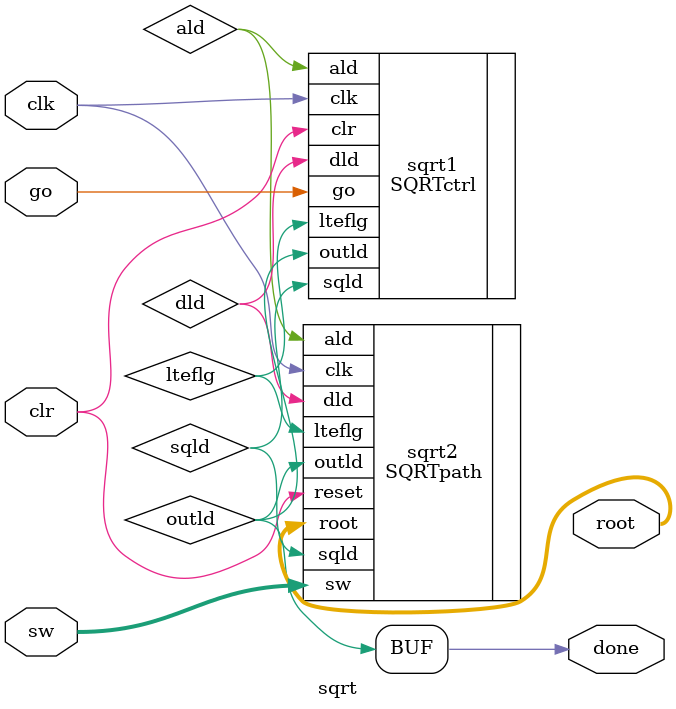
<source format=v>
module sqrt (
	input wire clk ,
	input wire clr ,
	input wire go ,
	input wire [7:0] sw ,
	output wire done ,
	output wire [3:0] root
);
	wire lteflg, ald, sqld, dld, outld;
	assign done = outld;
	SQRTctrl sqrt1 (.clk(clk),
	.clr(clr),
	.lteflg(lteflg),
	.go(go),
	.ald(ald),
	.sqld(sqld),
	.dld(dld),
	.outld(outld)
	);

	SQRTpath sqrt2 (.clk(clk),
	.reset(clr),
	.ald(ald),
	.sqld(sqld),
	.dld(dld),
	.outld(outld),
	.sw(sw),
	.lteflg(lteflg),
	.root(root)
	);

	
endmodule


</source>
